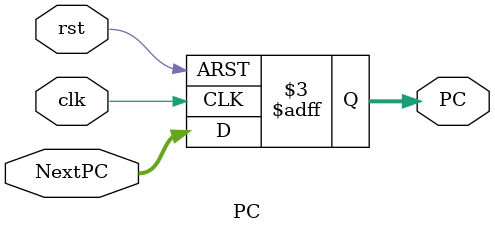
<source format=v>
`timescale 1ns / 1ps

module PC(clk,rst,NextPC,PC);
    input clk;
    input rst;//复位信号，低电平有效
    input [31:0] NextPC;
    output reg[31:0] PC;
    
    always @(posedge clk or negedge rst)
    begin
        if(!rst)
            PC <= 32'b0;
        else
            PC <= NextPC;
    end
endmodule
</source>
